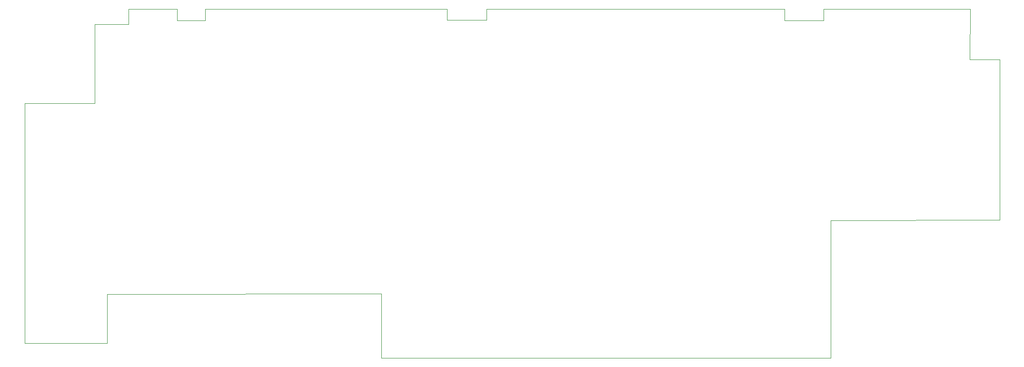
<source format=gm1>
G04 #@! TF.GenerationSoftware,KiCad,Pcbnew,8.0.6*
G04 #@! TF.CreationDate,2024-12-01T22:04:31-06:00*
G04 #@! TF.ProjectId,1400-PSU,31343030-2d50-4535-952e-6b696361645f,rev?*
G04 #@! TF.SameCoordinates,Original*
G04 #@! TF.FileFunction,Profile,NP*
%FSLAX46Y46*%
G04 Gerber Fmt 4.6, Leading zero omitted, Abs format (unit mm)*
G04 Created by KiCad (PCBNEW 8.0.6) date 2024-12-01 22:04:31*
%MOMM*%
%LPD*%
G01*
G04 APERTURE LIST*
G04 #@! TA.AperFunction,Profile*
%ADD10C,0.050000*%
G04 #@! TD*
G04 APERTURE END LIST*
D10*
X193286950Y-61573050D02*
X200286950Y-61583050D01*
X200276950Y-59573050D01*
X226296950Y-59583050D01*
X226266950Y-68553050D01*
X231556950Y-68553050D01*
X231571551Y-95187651D01*
X231566950Y-97123050D01*
X201546950Y-97143050D01*
X201546950Y-99567050D01*
X201546950Y-121665050D01*
X121586950Y-121665050D01*
X121586950Y-110173050D01*
X72836060Y-110252160D01*
X72806950Y-119013139D01*
X58141009Y-119028991D01*
X58166950Y-76353050D01*
X70656950Y-76366780D01*
X70644306Y-62300000D01*
X76666950Y-62300000D01*
X76666950Y-59613050D01*
X85266950Y-59613050D01*
X85266950Y-61583050D01*
X90256950Y-61583050D01*
X90256950Y-59583050D01*
X133280000Y-59590000D01*
X133276950Y-61553050D01*
X140279770Y-61560230D01*
X140276950Y-59563050D01*
X193286950Y-59553647D01*
X193286950Y-61573050D01*
M02*

</source>
